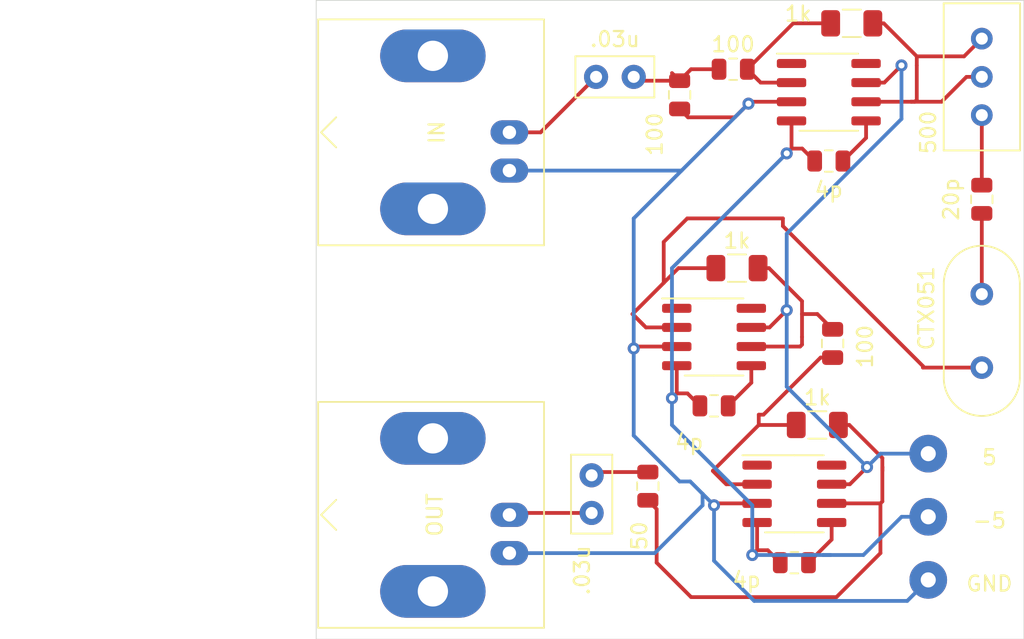
<source format=kicad_pcb>
(kicad_pcb (version 20171130) (host pcbnew "(5.1.4)-1")

  (general
    (thickness 1.6)
    (drawings 6)
    (tracks 153)
    (zones 0)
    (modules 23)
    (nets 1)
  )

  (page A4)
  (layers
    (0 F.Cu signal)
    (31 B.Cu signal)
    (32 B.Adhes user)
    (33 F.Adhes user)
    (34 B.Paste user)
    (35 F.Paste user)
    (36 B.SilkS user)
    (37 F.SilkS user)
    (38 B.Mask user)
    (39 F.Mask user)
    (40 Dwgs.User user)
    (41 Cmts.User user)
    (42 Eco1.User user)
    (43 Eco2.User user)
    (44 Edge.Cuts user)
    (45 Margin user)
    (46 B.CrtYd user)
    (47 F.CrtYd user)
    (48 B.Fab user)
    (49 F.Fab user hide)
  )

  (setup
    (last_trace_width 0.25)
    (trace_clearance 0.2)
    (zone_clearance 0.508)
    (zone_45_only no)
    (trace_min 0.2)
    (via_size 0.8)
    (via_drill 0.4)
    (via_min_size 0.4)
    (via_min_drill 0.3)
    (uvia_size 0.3)
    (uvia_drill 0.1)
    (uvias_allowed no)
    (uvia_min_size 0.2)
    (uvia_min_drill 0.1)
    (edge_width 0.05)
    (segment_width 0.2)
    (pcb_text_width 0.3)
    (pcb_text_size 1.5 1.5)
    (mod_edge_width 0.12)
    (mod_text_size 1 1)
    (mod_text_width 0.15)
    (pad_size 1.524 1.524)
    (pad_drill 0.762)
    (pad_to_mask_clearance 0.051)
    (solder_mask_min_width 0.25)
    (aux_axis_origin 0 0)
    (visible_elements 7FFFFFFF)
    (pcbplotparams
      (layerselection 0x010fc_ffffffff)
      (usegerberextensions false)
      (usegerberattributes false)
      (usegerberadvancedattributes false)
      (creategerberjobfile false)
      (excludeedgelayer true)
      (linewidth 0.100000)
      (plotframeref false)
      (viasonmask false)
      (mode 1)
      (useauxorigin false)
      (hpglpennumber 1)
      (hpglpenspeed 20)
      (hpglpendiameter 15.000000)
      (psnegative false)
      (psa4output false)
      (plotreference true)
      (plotvalue true)
      (plotinvisibletext false)
      (padsonsilk false)
      (subtractmaskfromsilk false)
      (outputformat 1)
      (mirror false)
      (drillshape 1)
      (scaleselection 1)
      (outputdirectory ""))
  )

  (net 0 "")

  (net_class Default "This is the default net class."
    (clearance 0.2)
    (trace_width 0.25)
    (via_dia 0.8)
    (via_drill 0.4)
    (uvia_dia 0.3)
    (uvia_drill 0.1)
  )

  (module Connector_Wire:SolderWirePad_1x01_Drill1mm (layer F.Cu) (tedit 5AEE5EBE) (tstamp 5E8F9406)
    (at 174.498 97.917)
    (descr "Wire solder connection")
    (tags connector)
    (attr virtual)
    (fp_text reference GND (at 4.064 0.254) (layer F.SilkS)
      (effects (font (size 1 1) (thickness 0.15)))
    )
    (fp_text value SolderWirePad_1x01_Drill1mm (at 0 3.175) (layer F.Fab)
      (effects (font (size 1 1) (thickness 0.15)))
    )
    (fp_text user %R (at 0 0) (layer F.Fab)
      (effects (font (size 1 1) (thickness 0.15)))
    )
    (fp_line (start -1.75 -1.75) (end 1.75 -1.75) (layer F.CrtYd) (width 0.05))
    (fp_line (start -1.75 -1.75) (end -1.75 1.75) (layer F.CrtYd) (width 0.05))
    (fp_line (start 1.75 1.75) (end 1.75 -1.75) (layer F.CrtYd) (width 0.05))
    (fp_line (start 1.75 1.75) (end -1.75 1.75) (layer F.CrtYd) (width 0.05))
    (pad 1 thru_hole circle (at 0 0) (size 2.49936 2.49936) (drill 1.00076) (layers *.Cu *.Mask))
  )

  (module Connector_Wire:SolderWirePad_1x01_Drill1mm (layer F.Cu) (tedit 5AEE5EBE) (tstamp 5E8F9406)
    (at 174.498 93.726)
    (descr "Wire solder connection")
    (tags connector)
    (attr virtual)
    (fp_text reference -5 (at 4.064 0.254) (layer F.SilkS)
      (effects (font (size 1 1) (thickness 0.15)))
    )
    (fp_text value SolderWirePad_1x01_Drill1mm (at 0 3.175) (layer F.Fab)
      (effects (font (size 1 1) (thickness 0.15)))
    )
    (fp_text user %R (at 0 0) (layer F.Fab)
      (effects (font (size 1 1) (thickness 0.15)))
    )
    (fp_line (start -1.75 -1.75) (end 1.75 -1.75) (layer F.CrtYd) (width 0.05))
    (fp_line (start -1.75 -1.75) (end -1.75 1.75) (layer F.CrtYd) (width 0.05))
    (fp_line (start 1.75 1.75) (end 1.75 -1.75) (layer F.CrtYd) (width 0.05))
    (fp_line (start 1.75 1.75) (end -1.75 1.75) (layer F.CrtYd) (width 0.05))
    (pad 1 thru_hole circle (at 0 0) (size 2.49936 2.49936) (drill 1.00076) (layers *.Cu *.Mask))
  )

  (module Connector_Wire:SolderWirePad_1x01_Drill1mm (layer F.Cu) (tedit 5AEE5EBE) (tstamp 5E8F93B5)
    (at 174.498 89.535)
    (descr "Wire solder connection")
    (tags connector)
    (attr virtual)
    (fp_text reference 5 (at 4.064 0.254) (layer F.SilkS)
      (effects (font (size 1 1) (thickness 0.15)))
    )
    (fp_text value SolderWirePad_1x01_Drill1mm (at 0 3.175) (layer F.Fab)
      (effects (font (size 1 1) (thickness 0.15)))
    )
    (fp_line (start 1.75 1.75) (end -1.75 1.75) (layer F.CrtYd) (width 0.05))
    (fp_line (start 1.75 1.75) (end 1.75 -1.75) (layer F.CrtYd) (width 0.05))
    (fp_line (start -1.75 -1.75) (end -1.75 1.75) (layer F.CrtYd) (width 0.05))
    (fp_line (start -1.75 -1.75) (end 1.75 -1.75) (layer F.CrtYd) (width 0.05))
    (fp_text user %R (at 0 0) (layer F.Fab)
      (effects (font (size 1 1) (thickness 0.15)))
    )
    (pad 1 thru_hole circle (at 0 0) (size 2.49936 2.49936) (drill 1.00076) (layers *.Cu *.Mask))
  )

  (module Connector_Coaxial:BNC_Amphenol_B6252HB-NPP3G-50_Horizontal (layer F.Cu) (tedit 5C13907B) (tstamp 5E7CDD42)
    (at 146.685 93.599 90)
    (descr http://www.farnell.com/datasheets/612848.pdf)
    (tags "BNC Amphenol Horizontal")
    (fp_text reference OUT (at 0 -4.953 90) (layer F.SilkS)
      (effects (font (size 1 1) (thickness 0.15)))
    )
    (fp_text value BNC_Amphenol_B6252HB-NPP3G-50_Horizontal (at 0 6 270) (layer F.Fab)
      (effects (font (size 1 1) (thickness 0.15)))
    )
    (fp_line (start -5 -20) (end 5 -21) (layer F.Fab) (width 0.1))
    (fp_line (start -5 -19) (end 5 -20) (layer F.Fab) (width 0.1))
    (fp_line (start -5 -18) (end 5 -19) (layer F.Fab) (width 0.1))
    (fp_line (start -5 -17) (end 5 -18) (layer F.Fab) (width 0.1))
    (fp_line (start -5 -16) (end 5 -17) (layer F.Fab) (width 0.1))
    (fp_line (start -5 -15) (end 5 -16) (layer F.Fab) (width 0.1))
    (fp_circle (center 0 -28.07) (end 1 -28.07) (layer F.Fab) (width 0.1))
    (fp_line (start 4.8 -21.4) (end 4.8 -33.3) (layer F.Fab) (width 0.1))
    (fp_line (start 4.8 -33.3) (end -4.8 -33.3) (layer F.Fab) (width 0.1))
    (fp_line (start -4.8 -33.3) (end -4.8 -21.4) (layer F.Fab) (width 0.1))
    (fp_line (start 6.35 -12.7) (end 6.35 -21.4) (layer F.Fab) (width 0.1))
    (fp_line (start 6.35 -21.4) (end -6.35 -21.4) (layer F.Fab) (width 0.1))
    (fp_line (start -6.35 -21.4) (end -6.35 -12.7) (layer F.Fab) (width 0.1))
    (fp_line (start -7.35 2.2) (end 7.35 2.2) (layer F.Fab) (width 0.1))
    (fp_line (start 7.35 2.2) (end 7.35 -12.7) (layer F.Fab) (width 0.1))
    (fp_line (start 7.35 -12.7) (end -7.35 -12.7) (layer F.Fab) (width 0.1))
    (fp_line (start -7.35 -12.7) (end -7.35 2.2) (layer F.Fab) (width 0.1))
    (fp_text user %R (at 0 0 90) (layer F.Fab)
      (effects (font (size 1 1) (thickness 0.15)))
    )
    (fp_line (start -5 -14) (end 5 -15) (layer F.Fab) (width 0.1))
    (fp_line (start -7.5 -12.7) (end 7.5 -12.7) (layer F.SilkS) (width 0.12))
    (fp_line (start 7.5 -12.7) (end 7.5 2.3) (layer F.SilkS) (width 0.12))
    (fp_line (start 7.5 2.3) (end -7.5 2.3) (layer F.SilkS) (width 0.12))
    (fp_line (start -7.5 2.3) (end -7.5 -12.7) (layer F.SilkS) (width 0.12))
    (fp_line (start -7.85 2.7) (end 7.85 2.7) (layer F.CrtYd) (width 0.05))
    (fp_line (start -7.85 2.7) (end -7.85 -33.8) (layer F.CrtYd) (width 0.05))
    (fp_line (start 7.85 -33.8) (end -7.85 -33.8) (layer F.CrtYd) (width 0.05))
    (fp_line (start 7.85 2.7) (end 7.85 -33.8) (layer F.CrtYd) (width 0.05))
    (fp_line (start 0 -12.5) (end -1 -11.5) (layer F.SilkS) (width 0.12))
    (fp_line (start 0 -12.5) (end 1 -11.5) (layer F.SilkS) (width 0.12))
    (pad 2 thru_hole oval (at -5.08 -5.08 90) (size 3.5 7) (drill 2.01) (layers *.Cu *.Mask))
    (pad 2 thru_hole oval (at 5.08 -5.08 90) (size 3.5 7) (drill 2.01) (layers *.Cu *.Mask))
    (pad 1 thru_hole oval (at 0 0 90) (size 1.6 2.5) (drill 0.89) (layers *.Cu *.Mask))
    (pad 2 thru_hole oval (at -2.54 0 90) (size 1.6 2.5) (drill 0.89) (layers *.Cu *.Mask))
    (model ${KISYS3DMOD}/Connector_Coaxial.3dshapes/BNC_Amphenol_B6252HB-NPP3G-50_Horizontal.wrl
      (at (xyz 0 0 0))
      (scale (xyz 1 1 1))
      (rotate (xyz 0 0 0))
    )
  )

  (module Connector_Coaxial:BNC_Amphenol_B6252HB-NPP3G-50_Horizontal (layer F.Cu) (tedit 5C13907B) (tstamp 5E7CDD42)
    (at 146.685 68.199 90)
    (descr http://www.farnell.com/datasheets/612848.pdf)
    (tags "BNC Amphenol Horizontal")
    (fp_text reference IN (at 0 -4.826 90) (layer F.SilkS)
      (effects (font (size 1 1) (thickness 0.15)))
    )
    (fp_text value BNC_Amphenol_B6252HB-NPP3G-50_Horizontal (at 0 6 270) (layer F.Fab)
      (effects (font (size 1 1) (thickness 0.15)))
    )
    (fp_line (start -5 -20) (end 5 -21) (layer F.Fab) (width 0.1))
    (fp_line (start -5 -19) (end 5 -20) (layer F.Fab) (width 0.1))
    (fp_line (start -5 -18) (end 5 -19) (layer F.Fab) (width 0.1))
    (fp_line (start -5 -17) (end 5 -18) (layer F.Fab) (width 0.1))
    (fp_line (start -5 -16) (end 5 -17) (layer F.Fab) (width 0.1))
    (fp_line (start -5 -15) (end 5 -16) (layer F.Fab) (width 0.1))
    (fp_circle (center 0 -28.07) (end 1 -28.07) (layer F.Fab) (width 0.1))
    (fp_line (start 4.8 -21.4) (end 4.8 -33.3) (layer F.Fab) (width 0.1))
    (fp_line (start 4.8 -33.3) (end -4.8 -33.3) (layer F.Fab) (width 0.1))
    (fp_line (start -4.8 -33.3) (end -4.8 -21.4) (layer F.Fab) (width 0.1))
    (fp_line (start 6.35 -12.7) (end 6.35 -21.4) (layer F.Fab) (width 0.1))
    (fp_line (start 6.35 -21.4) (end -6.35 -21.4) (layer F.Fab) (width 0.1))
    (fp_line (start -6.35 -21.4) (end -6.35 -12.7) (layer F.Fab) (width 0.1))
    (fp_line (start -7.35 2.2) (end 7.35 2.2) (layer F.Fab) (width 0.1))
    (fp_line (start 7.35 2.2) (end 7.35 -12.7) (layer F.Fab) (width 0.1))
    (fp_line (start 7.35 -12.7) (end -7.35 -12.7) (layer F.Fab) (width 0.1))
    (fp_line (start -7.35 -12.7) (end -7.35 2.2) (layer F.Fab) (width 0.1))
    (fp_text user %R (at 0 0 90) (layer F.Fab)
      (effects (font (size 1 1) (thickness 0.15)))
    )
    (fp_line (start -5 -14) (end 5 -15) (layer F.Fab) (width 0.1))
    (fp_line (start -7.5 -12.7) (end 7.5 -12.7) (layer F.SilkS) (width 0.12))
    (fp_line (start 7.5 -12.7) (end 7.5 2.3) (layer F.SilkS) (width 0.12))
    (fp_line (start 7.5 2.3) (end -7.5 2.3) (layer F.SilkS) (width 0.12))
    (fp_line (start -7.5 2.3) (end -7.5 -12.7) (layer F.SilkS) (width 0.12))
    (fp_line (start -7.85 2.7) (end 7.85 2.7) (layer F.CrtYd) (width 0.05))
    (fp_line (start -7.85 2.7) (end -7.85 -33.8) (layer F.CrtYd) (width 0.05))
    (fp_line (start 7.85 -33.8) (end -7.85 -33.8) (layer F.CrtYd) (width 0.05))
    (fp_line (start 7.85 2.7) (end 7.85 -33.8) (layer F.CrtYd) (width 0.05))
    (fp_line (start 0 -12.5) (end -1 -11.5) (layer F.SilkS) (width 0.12))
    (fp_line (start 0 -12.5) (end 1 -11.5) (layer F.SilkS) (width 0.12))
    (pad 2 thru_hole oval (at -5.08 -5.08 90) (size 3.5 7) (drill 2.01) (layers *.Cu *.Mask))
    (pad 2 thru_hole oval (at 5.08 -5.08 90) (size 3.5 7) (drill 2.01) (layers *.Cu *.Mask))
    (pad 1 thru_hole oval (at 0 0 90) (size 1.6 2.5) (drill 0.89) (layers *.Cu *.Mask))
    (pad 2 thru_hole oval (at -2.54 0 90) (size 1.6 2.5) (drill 0.89) (layers *.Cu *.Mask))
    (model ${KISYS3DMOD}/Connector_Coaxial.3dshapes/BNC_Amphenol_B6252HB-NPP3G-50_Horizontal.wrl
      (at (xyz 0 0 0))
      (scale (xyz 1 1 1))
      (rotate (xyz 0 0 0))
    )
  )

  (module Capacitor_THT:C_Disc_D5.0mm_W2.5mm_P2.50mm (layer F.Cu) (tedit 5AE50EF0) (tstamp 5E7C22BF)
    (at 152.146 93.472 90)
    (descr "C, Disc series, Radial, pin pitch=2.50mm, , diameter*width=5*2.5mm^2, Capacitor, http://cdn-reichelt.de/documents/datenblatt/B300/DS_KERKO_TC.pdf")
    (tags "C Disc series Radial pin pitch 2.50mm  diameter 5mm width 2.5mm Capacitor")
    (fp_text reference .03u (at -3.81 -0.635 90) (layer F.SilkS)
      (effects (font (size 1 1) (thickness 0.15)))
    )
    (fp_text value C_Disc_D5.0mm_W2.5mm_P2.50mm (at 1.25 2.5 90) (layer F.Fab)
      (effects (font (size 1 1) (thickness 0.15)))
    )
    (fp_text user %R (at 1.25 0 90) (layer F.Fab)
      (effects (font (size 1 1) (thickness 0.15)))
    )
    (fp_line (start 4 -1.5) (end -1.5 -1.5) (layer F.CrtYd) (width 0.05))
    (fp_line (start 4 1.5) (end 4 -1.5) (layer F.CrtYd) (width 0.05))
    (fp_line (start -1.5 1.5) (end 4 1.5) (layer F.CrtYd) (width 0.05))
    (fp_line (start -1.5 -1.5) (end -1.5 1.5) (layer F.CrtYd) (width 0.05))
    (fp_line (start 3.87 -1.37) (end 3.87 1.37) (layer F.SilkS) (width 0.12))
    (fp_line (start -1.37 -1.37) (end -1.37 1.37) (layer F.SilkS) (width 0.12))
    (fp_line (start -1.37 1.37) (end 3.87 1.37) (layer F.SilkS) (width 0.12))
    (fp_line (start -1.37 -1.37) (end 3.87 -1.37) (layer F.SilkS) (width 0.12))
    (fp_line (start 3.75 -1.25) (end -1.25 -1.25) (layer F.Fab) (width 0.1))
    (fp_line (start 3.75 1.25) (end 3.75 -1.25) (layer F.Fab) (width 0.1))
    (fp_line (start -1.25 1.25) (end 3.75 1.25) (layer F.Fab) (width 0.1))
    (fp_line (start -1.25 -1.25) (end -1.25 1.25) (layer F.Fab) (width 0.1))
    (pad 2 thru_hole circle (at 2.5 0 90) (size 1.6 1.6) (drill 0.8) (layers *.Cu *.Mask))
    (pad 1 thru_hole circle (at 0 0 90) (size 1.6 1.6) (drill 0.8) (layers *.Cu *.Mask))
    (model ${KISYS3DMOD}/Capacitor_THT.3dshapes/C_Disc_D5.0mm_W2.5mm_P2.50mm.wrl
      (at (xyz 0 0 0))
      (scale (xyz 1 1 1))
      (rotate (xyz 0 0 0))
    )
  )

  (module Resistor_SMD:R_0805_2012Metric (layer F.Cu) (tedit 5B36C52B) (tstamp 5E7C21FE)
    (at 155.8775 91.694 90)
    (descr "Resistor SMD 0805 (2012 Metric), square (rectangular) end terminal, IPC_7351 nominal, (Body size source: https://docs.google.com/spreadsheets/d/1BsfQQcO9C6DZCsRaXUlFlo91Tg2WpOkGARC1WS5S8t0/edit?usp=sharing), generated with kicad-footprint-generator")
    (tags resistor)
    (attr smd)
    (fp_text reference 50 (at -3.302 -0.5565 90) (layer F.SilkS)
      (effects (font (size 1 1) (thickness 0.15)))
    )
    (fp_text value R_0805_2012Metric (at 0 1.65 90) (layer F.Fab)
      (effects (font (size 1 1) (thickness 0.15)))
    )
    (fp_text user %R (at 0 0 90) (layer F.Fab)
      (effects (font (size 0.5 0.5) (thickness 0.08)))
    )
    (fp_line (start 1.68 0.95) (end -1.68 0.95) (layer F.CrtYd) (width 0.05))
    (fp_line (start 1.68 -0.95) (end 1.68 0.95) (layer F.CrtYd) (width 0.05))
    (fp_line (start -1.68 -0.95) (end 1.68 -0.95) (layer F.CrtYd) (width 0.05))
    (fp_line (start -1.68 0.95) (end -1.68 -0.95) (layer F.CrtYd) (width 0.05))
    (fp_line (start -0.258578 0.71) (end 0.258578 0.71) (layer F.SilkS) (width 0.12))
    (fp_line (start -0.258578 -0.71) (end 0.258578 -0.71) (layer F.SilkS) (width 0.12))
    (fp_line (start 1 0.6) (end -1 0.6) (layer F.Fab) (width 0.1))
    (fp_line (start 1 -0.6) (end 1 0.6) (layer F.Fab) (width 0.1))
    (fp_line (start -1 -0.6) (end 1 -0.6) (layer F.Fab) (width 0.1))
    (fp_line (start -1 0.6) (end -1 -0.6) (layer F.Fab) (width 0.1))
    (pad 2 smd roundrect (at 0.9375 0 90) (size 0.975 1.4) (layers F.Cu F.Paste F.Mask) (roundrect_rratio 0.25))
    (pad 1 smd roundrect (at -0.9375 0 90) (size 0.975 1.4) (layers F.Cu F.Paste F.Mask) (roundrect_rratio 0.25))
    (model ${KISYS3DMOD}/Resistor_SMD.3dshapes/R_0805_2012Metric.wrl
      (at (xyz 0 0 0))
      (scale (xyz 1 1 1))
      (rotate (xyz 0 0 0))
    )
  )

  (module Resistor_SMD:R_0805_2012Metric (layer F.Cu) (tedit 5B36C52B) (tstamp 5E7C21BD)
    (at 168.148 82.2175 90)
    (descr "Resistor SMD 0805 (2012 Metric), square (rectangular) end terminal, IPC_7351 nominal, (Body size source: https://docs.google.com/spreadsheets/d/1BsfQQcO9C6DZCsRaXUlFlo91Tg2WpOkGARC1WS5S8t0/edit?usp=sharing), generated with kicad-footprint-generator")
    (tags resistor)
    (attr smd)
    (fp_text reference 100 (at -0.2055 2.159 90) (layer F.SilkS)
      (effects (font (size 1 1) (thickness 0.15)))
    )
    (fp_text value R_0805_2012Metric (at 0 1.65 90) (layer F.Fab)
      (effects (font (size 1 1) (thickness 0.15)))
    )
    (fp_text user %R (at 0 0 90) (layer F.Fab)
      (effects (font (size 0.5 0.5) (thickness 0.08)))
    )
    (fp_line (start 1.68 0.95) (end -1.68 0.95) (layer F.CrtYd) (width 0.05))
    (fp_line (start 1.68 -0.95) (end 1.68 0.95) (layer F.CrtYd) (width 0.05))
    (fp_line (start -1.68 -0.95) (end 1.68 -0.95) (layer F.CrtYd) (width 0.05))
    (fp_line (start -1.68 0.95) (end -1.68 -0.95) (layer F.CrtYd) (width 0.05))
    (fp_line (start -0.258578 0.71) (end 0.258578 0.71) (layer F.SilkS) (width 0.12))
    (fp_line (start -0.258578 -0.71) (end 0.258578 -0.71) (layer F.SilkS) (width 0.12))
    (fp_line (start 1 0.6) (end -1 0.6) (layer F.Fab) (width 0.1))
    (fp_line (start 1 -0.6) (end 1 0.6) (layer F.Fab) (width 0.1))
    (fp_line (start -1 -0.6) (end 1 -0.6) (layer F.Fab) (width 0.1))
    (fp_line (start -1 0.6) (end -1 -0.6) (layer F.Fab) (width 0.1))
    (pad 2 smd roundrect (at 0.9375 0 90) (size 0.975 1.4) (layers F.Cu F.Paste F.Mask) (roundrect_rratio 0.25))
    (pad 1 smd roundrect (at -0.9375 0 90) (size 0.975 1.4) (layers F.Cu F.Paste F.Mask) (roundrect_rratio 0.25))
    (model ${KISYS3DMOD}/Resistor_SMD.3dshapes/R_0805_2012Metric.wrl
      (at (xyz 0 0 0))
      (scale (xyz 1 1 1))
      (rotate (xyz 0 0 0))
    )
  )

  (module Resistor_SMD:R_1206_3216Metric (layer F.Cu) (tedit 5B301BBD) (tstamp 5E7C1DB6)
    (at 167.132 87.63)
    (descr "Resistor SMD 1206 (3216 Metric), square (rectangular) end terminal, IPC_7351 nominal, (Body size source: http://www.tortai-tech.com/upload/download/2011102023233369053.pdf), generated with kicad-footprint-generator")
    (tags resistor)
    (attr smd)
    (fp_text reference 1k (at 0 -1.82) (layer F.SilkS)
      (effects (font (size 1 1) (thickness 0.15)))
    )
    (fp_text value R_1206_3216Metric (at 0 1.82) (layer F.Fab)
      (effects (font (size 1 1) (thickness 0.15)))
    )
    (fp_line (start -1.6 0.8) (end -1.6 -0.8) (layer F.Fab) (width 0.1))
    (fp_line (start -1.6 -0.8) (end 1.6 -0.8) (layer F.Fab) (width 0.1))
    (fp_line (start 1.6 -0.8) (end 1.6 0.8) (layer F.Fab) (width 0.1))
    (fp_line (start 1.6 0.8) (end -1.6 0.8) (layer F.Fab) (width 0.1))
    (fp_line (start -0.602064 -0.91) (end 0.602064 -0.91) (layer F.SilkS) (width 0.12))
    (fp_line (start -0.602064 0.91) (end 0.602064 0.91) (layer F.SilkS) (width 0.12))
    (fp_line (start -2.28 1.12) (end -2.28 -1.12) (layer F.CrtYd) (width 0.05))
    (fp_line (start -2.28 -1.12) (end 2.28 -1.12) (layer F.CrtYd) (width 0.05))
    (fp_line (start 2.28 -1.12) (end 2.28 1.12) (layer F.CrtYd) (width 0.05))
    (fp_line (start 2.28 1.12) (end -2.28 1.12) (layer F.CrtYd) (width 0.05))
    (fp_text user %R (at 0 0) (layer F.Fab)
      (effects (font (size 0.8 0.8) (thickness 0.12)))
    )
    (pad 1 smd roundrect (at -1.4 0) (size 1.25 1.75) (layers F.Cu F.Paste F.Mask) (roundrect_rratio 0.2))
    (pad 2 smd roundrect (at 1.4 0) (size 1.25 1.75) (layers F.Cu F.Paste F.Mask) (roundrect_rratio 0.2))
    (model ${KISYS3DMOD}/Resistor_SMD.3dshapes/R_1206_3216Metric.wrl
      (at (xyz 0 0 0))
      (scale (xyz 1 1 1))
      (rotate (xyz 0 0 0))
    )
  )

  (module Capacitor_SMD:C_0805_2012Metric (layer F.Cu) (tedit 5B36C52B) (tstamp 5E7C1DA6)
    (at 165.608 96.774)
    (descr "Capacitor SMD 0805 (2012 Metric), square (rectangular) end terminal, IPC_7351 nominal, (Body size source: https://docs.google.com/spreadsheets/d/1BsfQQcO9C6DZCsRaXUlFlo91Tg2WpOkGARC1WS5S8t0/edit?usp=sharing), generated with kicad-footprint-generator")
    (tags capacitor)
    (attr smd)
    (fp_text reference 4p (at -3.175 1.143) (layer F.SilkS)
      (effects (font (size 1 1) (thickness 0.15)))
    )
    (fp_text value C_0805_2012Metric (at 0 1.65) (layer F.Fab)
      (effects (font (size 1 1) (thickness 0.15)))
    )
    (fp_line (start -1 0.6) (end -1 -0.6) (layer F.Fab) (width 0.1))
    (fp_line (start -1 -0.6) (end 1 -0.6) (layer F.Fab) (width 0.1))
    (fp_line (start 1 -0.6) (end 1 0.6) (layer F.Fab) (width 0.1))
    (fp_line (start 1 0.6) (end -1 0.6) (layer F.Fab) (width 0.1))
    (fp_line (start -0.258578 -0.71) (end 0.258578 -0.71) (layer F.SilkS) (width 0.12))
    (fp_line (start -0.258578 0.71) (end 0.258578 0.71) (layer F.SilkS) (width 0.12))
    (fp_line (start -1.68 0.95) (end -1.68 -0.95) (layer F.CrtYd) (width 0.05))
    (fp_line (start -1.68 -0.95) (end 1.68 -0.95) (layer F.CrtYd) (width 0.05))
    (fp_line (start 1.68 -0.95) (end 1.68 0.95) (layer F.CrtYd) (width 0.05))
    (fp_line (start 1.68 0.95) (end -1.68 0.95) (layer F.CrtYd) (width 0.05))
    (fp_text user %R (at 0 0) (layer F.Fab)
      (effects (font (size 0.5 0.5) (thickness 0.08)))
    )
    (pad 1 smd roundrect (at -0.9375 0) (size 0.975 1.4) (layers F.Cu F.Paste F.Mask) (roundrect_rratio 0.25))
    (pad 2 smd roundrect (at 0.9375 0) (size 0.975 1.4) (layers F.Cu F.Paste F.Mask) (roundrect_rratio 0.25))
    (model ${KISYS3DMOD}/Capacitor_SMD.3dshapes/C_0805_2012Metric.wrl
      (at (xyz 0 0 0))
      (scale (xyz 1 1 1))
      (rotate (xyz 0 0 0))
    )
  )

  (module Package_SO:SOIC-8_3.9x4.9mm_P1.27mm (layer F.Cu) (tedit 5C97300E) (tstamp 5E7C1D77)
    (at 165.608 92.202)
    (descr "SOIC, 8 Pin (JEDEC MS-012AA, https://www.analog.com/media/en/package-pcb-resources/package/pkg_pdf/soic_narrow-r/r_8.pdf), generated with kicad-footprint-generator ipc_gullwing_generator.py")
    (tags "SOIC SO")
    (attr smd)
    (fp_text reference REF** (at 0.127 -0.254 90) (layer F.SilkS) hide
      (effects (font (size 1 1) (thickness 0.15)))
    )
    (fp_text value SOIC-8_3.9x4.9mm_P1.27mm (at 0 3.4) (layer F.Fab)
      (effects (font (size 1 1) (thickness 0.15)))
    )
    (fp_line (start 0 2.56) (end 1.95 2.56) (layer F.SilkS) (width 0.12))
    (fp_line (start 0 2.56) (end -1.95 2.56) (layer F.SilkS) (width 0.12))
    (fp_line (start 0 -2.56) (end 1.95 -2.56) (layer F.SilkS) (width 0.12))
    (fp_line (start 0 -2.56) (end -3.45 -2.56) (layer F.SilkS) (width 0.12))
    (fp_line (start -0.975 -2.45) (end 1.95 -2.45) (layer F.Fab) (width 0.1))
    (fp_line (start 1.95 -2.45) (end 1.95 2.45) (layer F.Fab) (width 0.1))
    (fp_line (start 1.95 2.45) (end -1.95 2.45) (layer F.Fab) (width 0.1))
    (fp_line (start -1.95 2.45) (end -1.95 -1.475) (layer F.Fab) (width 0.1))
    (fp_line (start -1.95 -1.475) (end -0.975 -2.45) (layer F.Fab) (width 0.1))
    (fp_line (start -3.7 -2.7) (end -3.7 2.7) (layer F.CrtYd) (width 0.05))
    (fp_line (start -3.7 2.7) (end 3.7 2.7) (layer F.CrtYd) (width 0.05))
    (fp_line (start 3.7 2.7) (end 3.7 -2.7) (layer F.CrtYd) (width 0.05))
    (fp_line (start 3.7 -2.7) (end -3.7 -2.7) (layer F.CrtYd) (width 0.05))
    (fp_text user %R (at 0 0) (layer F.Fab)
      (effects (font (size 0.98 0.98) (thickness 0.15)))
    )
    (pad 1 smd roundrect (at -2.475 -1.905) (size 1.95 0.6) (layers F.Cu F.Paste F.Mask) (roundrect_rratio 0.25))
    (pad 2 smd roundrect (at -2.475 -0.635) (size 1.95 0.6) (layers F.Cu F.Paste F.Mask) (roundrect_rratio 0.25))
    (pad 3 smd roundrect (at -2.475 0.635) (size 1.95 0.6) (layers F.Cu F.Paste F.Mask) (roundrect_rratio 0.25))
    (pad 4 smd roundrect (at -2.475 1.905) (size 1.95 0.6) (layers F.Cu F.Paste F.Mask) (roundrect_rratio 0.25))
    (pad 5 smd roundrect (at 2.475 1.905) (size 1.95 0.6) (layers F.Cu F.Paste F.Mask) (roundrect_rratio 0.25))
    (pad 6 smd roundrect (at 2.475 0.635) (size 1.95 0.6) (layers F.Cu F.Paste F.Mask) (roundrect_rratio 0.25))
    (pad 7 smd roundrect (at 2.475 -0.635) (size 1.95 0.6) (layers F.Cu F.Paste F.Mask) (roundrect_rratio 0.25))
    (pad 8 smd roundrect (at 2.475 -1.905) (size 1.95 0.6) (layers F.Cu F.Paste F.Mask) (roundrect_rratio 0.25))
    (model ${KISYS3DMOD}/Package_SO.3dshapes/SOIC-8_3.9x4.9mm_P1.27mm.wrl
      (at (xyz 0 0 0))
      (scale (xyz 1 1 1))
      (rotate (xyz 0 0 0))
    )
  )

  (module Resistor_SMD:R_1206_3216Metric (layer F.Cu) (tedit 5B301BBD) (tstamp 5E7C1DB6)
    (at 161.798 77.216)
    (descr "Resistor SMD 1206 (3216 Metric), square (rectangular) end terminal, IPC_7351 nominal, (Body size source: http://www.tortai-tech.com/upload/download/2011102023233369053.pdf), generated with kicad-footprint-generator")
    (tags resistor)
    (attr smd)
    (fp_text reference 1k (at 0 -1.82) (layer F.SilkS)
      (effects (font (size 1 1) (thickness 0.15)))
    )
    (fp_text value R_1206_3216Metric (at 0 1.82) (layer F.Fab)
      (effects (font (size 1 1) (thickness 0.15)))
    )
    (fp_line (start -1.6 0.8) (end -1.6 -0.8) (layer F.Fab) (width 0.1))
    (fp_line (start -1.6 -0.8) (end 1.6 -0.8) (layer F.Fab) (width 0.1))
    (fp_line (start 1.6 -0.8) (end 1.6 0.8) (layer F.Fab) (width 0.1))
    (fp_line (start 1.6 0.8) (end -1.6 0.8) (layer F.Fab) (width 0.1))
    (fp_line (start -0.602064 -0.91) (end 0.602064 -0.91) (layer F.SilkS) (width 0.12))
    (fp_line (start -0.602064 0.91) (end 0.602064 0.91) (layer F.SilkS) (width 0.12))
    (fp_line (start -2.28 1.12) (end -2.28 -1.12) (layer F.CrtYd) (width 0.05))
    (fp_line (start -2.28 -1.12) (end 2.28 -1.12) (layer F.CrtYd) (width 0.05))
    (fp_line (start 2.28 -1.12) (end 2.28 1.12) (layer F.CrtYd) (width 0.05))
    (fp_line (start 2.28 1.12) (end -2.28 1.12) (layer F.CrtYd) (width 0.05))
    (fp_text user %R (at 0 0) (layer F.Fab)
      (effects (font (size 0.8 0.8) (thickness 0.12)))
    )
    (pad 1 smd roundrect (at -1.4 0) (size 1.25 1.75) (layers F.Cu F.Paste F.Mask) (roundrect_rratio 0.2))
    (pad 2 smd roundrect (at 1.4 0) (size 1.25 1.75) (layers F.Cu F.Paste F.Mask) (roundrect_rratio 0.2))
    (model ${KISYS3DMOD}/Resistor_SMD.3dshapes/R_1206_3216Metric.wrl
      (at (xyz 0 0 0))
      (scale (xyz 1 1 1))
      (rotate (xyz 0 0 0))
    )
  )

  (module Capacitor_SMD:C_0805_2012Metric (layer F.Cu) (tedit 5B36C52B) (tstamp 5E7C1DA6)
    (at 160.274 86.36)
    (descr "Capacitor SMD 0805 (2012 Metric), square (rectangular) end terminal, IPC_7351 nominal, (Body size source: https://docs.google.com/spreadsheets/d/1BsfQQcO9C6DZCsRaXUlFlo91Tg2WpOkGARC1WS5S8t0/edit?usp=sharing), generated with kicad-footprint-generator")
    (tags capacitor)
    (attr smd)
    (fp_text reference 4p (at -1.651 2.413) (layer F.SilkS)
      (effects (font (size 1 1) (thickness 0.15)))
    )
    (fp_text value C_0805_2012Metric (at 0 1.65) (layer F.Fab)
      (effects (font (size 1 1) (thickness 0.15)))
    )
    (fp_line (start -1 0.6) (end -1 -0.6) (layer F.Fab) (width 0.1))
    (fp_line (start -1 -0.6) (end 1 -0.6) (layer F.Fab) (width 0.1))
    (fp_line (start 1 -0.6) (end 1 0.6) (layer F.Fab) (width 0.1))
    (fp_line (start 1 0.6) (end -1 0.6) (layer F.Fab) (width 0.1))
    (fp_line (start -0.258578 -0.71) (end 0.258578 -0.71) (layer F.SilkS) (width 0.12))
    (fp_line (start -0.258578 0.71) (end 0.258578 0.71) (layer F.SilkS) (width 0.12))
    (fp_line (start -1.68 0.95) (end -1.68 -0.95) (layer F.CrtYd) (width 0.05))
    (fp_line (start -1.68 -0.95) (end 1.68 -0.95) (layer F.CrtYd) (width 0.05))
    (fp_line (start 1.68 -0.95) (end 1.68 0.95) (layer F.CrtYd) (width 0.05))
    (fp_line (start 1.68 0.95) (end -1.68 0.95) (layer F.CrtYd) (width 0.05))
    (fp_text user %R (at 0 0) (layer F.Fab)
      (effects (font (size 0.5 0.5) (thickness 0.08)))
    )
    (pad 1 smd roundrect (at -0.9375 0) (size 0.975 1.4) (layers F.Cu F.Paste F.Mask) (roundrect_rratio 0.25))
    (pad 2 smd roundrect (at 0.9375 0) (size 0.975 1.4) (layers F.Cu F.Paste F.Mask) (roundrect_rratio 0.25))
    (model ${KISYS3DMOD}/Capacitor_SMD.3dshapes/C_0805_2012Metric.wrl
      (at (xyz 0 0 0))
      (scale (xyz 1 1 1))
      (rotate (xyz 0 0 0))
    )
  )

  (module Package_SO:SOIC-8_3.9x4.9mm_P1.27mm (layer F.Cu) (tedit 5C97300E) (tstamp 5E7C1D77)
    (at 160.274 81.788)
    (descr "SOIC, 8 Pin (JEDEC MS-012AA, https://www.analog.com/media/en/package-pcb-resources/package/pkg_pdf/soic_narrow-r/r_8.pdf), generated with kicad-footprint-generator ipc_gullwing_generator.py")
    (tags "SOIC SO")
    (attr smd)
    (fp_text reference REF** (at 0.254 -0.127 90) (layer F.SilkS) hide
      (effects (font (size 1 1) (thickness 0.15)))
    )
    (fp_text value SOIC-8_3.9x4.9mm_P1.27mm (at 0 3.4) (layer F.Fab)
      (effects (font (size 1 1) (thickness 0.15)))
    )
    (fp_line (start 0 2.56) (end 1.95 2.56) (layer F.SilkS) (width 0.12))
    (fp_line (start 0 2.56) (end -1.95 2.56) (layer F.SilkS) (width 0.12))
    (fp_line (start 0 -2.56) (end 1.95 -2.56) (layer F.SilkS) (width 0.12))
    (fp_line (start 0 -2.56) (end -3.45 -2.56) (layer F.SilkS) (width 0.12))
    (fp_line (start -0.975 -2.45) (end 1.95 -2.45) (layer F.Fab) (width 0.1))
    (fp_line (start 1.95 -2.45) (end 1.95 2.45) (layer F.Fab) (width 0.1))
    (fp_line (start 1.95 2.45) (end -1.95 2.45) (layer F.Fab) (width 0.1))
    (fp_line (start -1.95 2.45) (end -1.95 -1.475) (layer F.Fab) (width 0.1))
    (fp_line (start -1.95 -1.475) (end -0.975 -2.45) (layer F.Fab) (width 0.1))
    (fp_line (start -3.7 -2.7) (end -3.7 2.7) (layer F.CrtYd) (width 0.05))
    (fp_line (start -3.7 2.7) (end 3.7 2.7) (layer F.CrtYd) (width 0.05))
    (fp_line (start 3.7 2.7) (end 3.7 -2.7) (layer F.CrtYd) (width 0.05))
    (fp_line (start 3.7 -2.7) (end -3.7 -2.7) (layer F.CrtYd) (width 0.05))
    (fp_text user %R (at 0 0) (layer F.Fab)
      (effects (font (size 0.98 0.98) (thickness 0.15)))
    )
    (pad 1 smd roundrect (at -2.475 -1.905) (size 1.95 0.6) (layers F.Cu F.Paste F.Mask) (roundrect_rratio 0.25))
    (pad 2 smd roundrect (at -2.475 -0.635) (size 1.95 0.6) (layers F.Cu F.Paste F.Mask) (roundrect_rratio 0.25))
    (pad 3 smd roundrect (at -2.475 0.635) (size 1.95 0.6) (layers F.Cu F.Paste F.Mask) (roundrect_rratio 0.25))
    (pad 4 smd roundrect (at -2.475 1.905) (size 1.95 0.6) (layers F.Cu F.Paste F.Mask) (roundrect_rratio 0.25))
    (pad 5 smd roundrect (at 2.475 1.905) (size 1.95 0.6) (layers F.Cu F.Paste F.Mask) (roundrect_rratio 0.25))
    (pad 6 smd roundrect (at 2.475 0.635) (size 1.95 0.6) (layers F.Cu F.Paste F.Mask) (roundrect_rratio 0.25))
    (pad 7 smd roundrect (at 2.475 -0.635) (size 1.95 0.6) (layers F.Cu F.Paste F.Mask) (roundrect_rratio 0.25))
    (pad 8 smd roundrect (at 2.475 -1.905) (size 1.95 0.6) (layers F.Cu F.Paste F.Mask) (roundrect_rratio 0.25))
    (model ${KISYS3DMOD}/Package_SO.3dshapes/SOIC-8_3.9x4.9mm_P1.27mm.wrl
      (at (xyz 0 0 0))
      (scale (xyz 1 1 1))
      (rotate (xyz 0 0 0))
    )
  )

  (module Potentiometer_THT:Potentiometer_Bourns_3296W_Vertical (layer F.Cu) (tedit 5A3D4994) (tstamp 5E7C1CF0)
    (at 178.054 61.976 90)
    (descr "Potentiometer, vertical, Bourns 3296W, https://www.bourns.com/pdfs/3296.pdf")
    (tags "Potentiometer vertical Bourns 3296W")
    (fp_text reference 500 (at -6.223 -3.556 90) (layer F.SilkS)
      (effects (font (size 1 1) (thickness 0.15)))
    )
    (fp_text value Potentiometer_Bourns_3296W_Vertical (at -2.54 3.67 90) (layer F.Fab)
      (effects (font (size 1 1) (thickness 0.15)))
    )
    (fp_text user %R (at -3.175 0.005 90) (layer F.Fab)
      (effects (font (size 1 1) (thickness 0.15)))
    )
    (fp_line (start 2.5 -2.7) (end -7.6 -2.7) (layer F.CrtYd) (width 0.05))
    (fp_line (start 2.5 2.7) (end 2.5 -2.7) (layer F.CrtYd) (width 0.05))
    (fp_line (start -7.6 2.7) (end 2.5 2.7) (layer F.CrtYd) (width 0.05))
    (fp_line (start -7.6 -2.7) (end -7.6 2.7) (layer F.CrtYd) (width 0.05))
    (fp_line (start 2.345 -2.53) (end 2.345 2.54) (layer F.SilkS) (width 0.12))
    (fp_line (start -7.425 -2.53) (end -7.425 2.54) (layer F.SilkS) (width 0.12))
    (fp_line (start -7.425 2.54) (end 2.345 2.54) (layer F.SilkS) (width 0.12))
    (fp_line (start -7.425 -2.53) (end 2.345 -2.53) (layer F.SilkS) (width 0.12))
    (fp_line (start 0.955 2.235) (end 0.956 0.066) (layer F.Fab) (width 0.1))
    (fp_line (start 0.955 2.235) (end 0.956 0.066) (layer F.Fab) (width 0.1))
    (fp_line (start 2.225 -2.41) (end -7.305 -2.41) (layer F.Fab) (width 0.1))
    (fp_line (start 2.225 2.42) (end 2.225 -2.41) (layer F.Fab) (width 0.1))
    (fp_line (start -7.305 2.42) (end 2.225 2.42) (layer F.Fab) (width 0.1))
    (fp_line (start -7.305 -2.41) (end -7.305 2.42) (layer F.Fab) (width 0.1))
    (fp_circle (center 0.955 1.15) (end 2.05 1.15) (layer F.Fab) (width 0.1))
    (pad 3 thru_hole circle (at -5.08 0 90) (size 1.44 1.44) (drill 0.8) (layers *.Cu *.Mask))
    (pad 2 thru_hole circle (at -2.54 0 90) (size 1.44 1.44) (drill 0.8) (layers *.Cu *.Mask))
    (pad 1 thru_hole circle (at 0 0 90) (size 1.44 1.44) (drill 0.8) (layers *.Cu *.Mask))
    (model ${KISYS3DMOD}/Potentiometer_THT.3dshapes/Potentiometer_Bourns_3296W_Vertical.wrl
      (at (xyz 0 0 0))
      (scale (xyz 1 1 1))
      (rotate (xyz 0 0 0))
    )
  )

  (module Capacitor_SMD:C_0805_2012Metric (layer F.Cu) (tedit 5B36C52B) (tstamp 5E7C0E56)
    (at 178.054 72.644 90)
    (descr "Capacitor SMD 0805 (2012 Metric), square (rectangular) end terminal, IPC_7351 nominal, (Body size source: https://docs.google.com/spreadsheets/d/1BsfQQcO9C6DZCsRaXUlFlo91Tg2WpOkGARC1WS5S8t0/edit?usp=sharing), generated with kicad-footprint-generator")
    (tags capacitor)
    (attr smd)
    (fp_text reference 20p (at 0 -2.032 90) (layer F.SilkS)
      (effects (font (size 1 1) (thickness 0.15)))
    )
    (fp_text value C_0805_2012Metric (at 0 1.65 90) (layer F.Fab)
      (effects (font (size 1 1) (thickness 0.15)))
    )
    (fp_text user %R (at 0 0 90) (layer F.Fab)
      (effects (font (size 0.5 0.5) (thickness 0.08)))
    )
    (fp_line (start 1.68 0.95) (end -1.68 0.95) (layer F.CrtYd) (width 0.05))
    (fp_line (start 1.68 -0.95) (end 1.68 0.95) (layer F.CrtYd) (width 0.05))
    (fp_line (start -1.68 -0.95) (end 1.68 -0.95) (layer F.CrtYd) (width 0.05))
    (fp_line (start -1.68 0.95) (end -1.68 -0.95) (layer F.CrtYd) (width 0.05))
    (fp_line (start -0.258578 0.71) (end 0.258578 0.71) (layer F.SilkS) (width 0.12))
    (fp_line (start -0.258578 -0.71) (end 0.258578 -0.71) (layer F.SilkS) (width 0.12))
    (fp_line (start 1 0.6) (end -1 0.6) (layer F.Fab) (width 0.1))
    (fp_line (start 1 -0.6) (end 1 0.6) (layer F.Fab) (width 0.1))
    (fp_line (start -1 -0.6) (end 1 -0.6) (layer F.Fab) (width 0.1))
    (fp_line (start -1 0.6) (end -1 -0.6) (layer F.Fab) (width 0.1))
    (pad 2 smd roundrect (at 0.9375 0 90) (size 0.975 1.4) (layers F.Cu F.Paste F.Mask) (roundrect_rratio 0.25))
    (pad 1 smd roundrect (at -0.9375 0 90) (size 0.975 1.4) (layers F.Cu F.Paste F.Mask) (roundrect_rratio 0.25))
    (model ${KISYS3DMOD}/Capacitor_SMD.3dshapes/C_0805_2012Metric.wrl
      (at (xyz 0 0 0))
      (scale (xyz 1 1 1))
      (rotate (xyz 0 0 0))
    )
  )

  (module Crystal:Crystal_HC49-U_Vertical (layer F.Cu) (tedit 5A1AD3B8) (tstamp 5E7C0DD3)
    (at 178.054 83.82 90)
    (descr "Crystal THT HC-49/U http://5hertz.com/pdfs/04404_D.pdf")
    (tags "THT crystalHC-49/U")
    (fp_text reference CTX051 (at 3.937 -3.683 90) (layer F.SilkS)
      (effects (font (size 1 1) (thickness 0.15)))
    )
    (fp_text value Crystal_HC49-U_Vertical (at 2.44 3.525 90) (layer F.Fab)
      (effects (font (size 1 1) (thickness 0.15)))
    )
    (fp_arc (start 5.565 0) (end 5.565 -2.525) (angle 180) (layer F.SilkS) (width 0.12))
    (fp_arc (start -0.685 0) (end -0.685 -2.525) (angle -180) (layer F.SilkS) (width 0.12))
    (fp_arc (start 5.44 0) (end 5.44 -2) (angle 180) (layer F.Fab) (width 0.1))
    (fp_arc (start -0.56 0) (end -0.56 -2) (angle -180) (layer F.Fab) (width 0.1))
    (fp_arc (start 5.565 0) (end 5.565 -2.325) (angle 180) (layer F.Fab) (width 0.1))
    (fp_arc (start -0.685 0) (end -0.685 -2.325) (angle -180) (layer F.Fab) (width 0.1))
    (fp_line (start 8.4 -2.8) (end -3.5 -2.8) (layer F.CrtYd) (width 0.05))
    (fp_line (start 8.4 2.8) (end 8.4 -2.8) (layer F.CrtYd) (width 0.05))
    (fp_line (start -3.5 2.8) (end 8.4 2.8) (layer F.CrtYd) (width 0.05))
    (fp_line (start -3.5 -2.8) (end -3.5 2.8) (layer F.CrtYd) (width 0.05))
    (fp_line (start -0.685 2.525) (end 5.565 2.525) (layer F.SilkS) (width 0.12))
    (fp_line (start -0.685 -2.525) (end 5.565 -2.525) (layer F.SilkS) (width 0.12))
    (fp_line (start -0.56 2) (end 5.44 2) (layer F.Fab) (width 0.1))
    (fp_line (start -0.56 -2) (end 5.44 -2) (layer F.Fab) (width 0.1))
    (fp_line (start -0.685 2.325) (end 5.565 2.325) (layer F.Fab) (width 0.1))
    (fp_line (start -0.685 -2.325) (end 5.565 -2.325) (layer F.Fab) (width 0.1))
    (fp_text user %R (at 2.54 -0.254 90) (layer F.Fab)
      (effects (font (size 1 1) (thickness 0.15)))
    )
    (pad 2 thru_hole circle (at 4.88 0 90) (size 1.5 1.5) (drill 0.8) (layers *.Cu *.Mask))
    (pad 1 thru_hole circle (at 0 0 90) (size 1.5 1.5) (drill 0.8) (layers *.Cu *.Mask))
    (model ${KISYS3DMOD}/Crystal.3dshapes/Crystal_HC49-U_Vertical.wrl
      (at (xyz 0 0 0))
      (scale (xyz 1 1 1))
      (rotate (xyz 0 0 0))
    )
  )

  (module Resistor_SMD:R_1206_3216Metric (layer F.Cu) (tedit 5B301BBD) (tstamp 5E7C0C7D)
    (at 169.418 60.96)
    (descr "Resistor SMD 1206 (3216 Metric), square (rectangular) end terminal, IPC_7351 nominal, (Body size source: http://www.tortai-tech.com/upload/download/2011102023233369053.pdf), generated with kicad-footprint-generator")
    (tags resistor)
    (attr smd)
    (fp_text reference 1k (at -3.556 -0.635) (layer F.SilkS)
      (effects (font (size 1 1) (thickness 0.15)))
    )
    (fp_text value R_1206_3216Metric (at 0 1.82) (layer F.Fab)
      (effects (font (size 1 1) (thickness 0.15)))
    )
    (fp_text user %R (at 0 0) (layer F.Fab)
      (effects (font (size 0.8 0.8) (thickness 0.12)))
    )
    (fp_line (start 2.28 1.12) (end -2.28 1.12) (layer F.CrtYd) (width 0.05))
    (fp_line (start 2.28 -1.12) (end 2.28 1.12) (layer F.CrtYd) (width 0.05))
    (fp_line (start -2.28 -1.12) (end 2.28 -1.12) (layer F.CrtYd) (width 0.05))
    (fp_line (start -2.28 1.12) (end -2.28 -1.12) (layer F.CrtYd) (width 0.05))
    (fp_line (start -0.602064 0.91) (end 0.602064 0.91) (layer F.SilkS) (width 0.12))
    (fp_line (start -0.602064 -0.91) (end 0.602064 -0.91) (layer F.SilkS) (width 0.12))
    (fp_line (start 1.6 0.8) (end -1.6 0.8) (layer F.Fab) (width 0.1))
    (fp_line (start 1.6 -0.8) (end 1.6 0.8) (layer F.Fab) (width 0.1))
    (fp_line (start -1.6 -0.8) (end 1.6 -0.8) (layer F.Fab) (width 0.1))
    (fp_line (start -1.6 0.8) (end -1.6 -0.8) (layer F.Fab) (width 0.1))
    (pad 2 smd roundrect (at 1.4 0) (size 1.25 1.75) (layers F.Cu F.Paste F.Mask) (roundrect_rratio 0.2))
    (pad 1 smd roundrect (at -1.4 0) (size 1.25 1.75) (layers F.Cu F.Paste F.Mask) (roundrect_rratio 0.2))
    (model ${KISYS3DMOD}/Resistor_SMD.3dshapes/R_1206_3216Metric.wrl
      (at (xyz 0 0 0))
      (scale (xyz 1 1 1))
      (rotate (xyz 0 0 0))
    )
  )

  (module Capacitor_THT:C_Disc_D5.0mm_W2.5mm_P2.50mm (layer F.Cu) (tedit 5AE50EF0) (tstamp 5E7C0B9A)
    (at 152.44 64.516)
    (descr "C, Disc series, Radial, pin pitch=2.50mm, , diameter*width=5*2.5mm^2, Capacitor, http://cdn-reichelt.de/documents/datenblatt/B300/DS_KERKO_TC.pdf")
    (tags "C Disc series Radial pin pitch 2.50mm  diameter 5mm width 2.5mm Capacitor")
    (fp_text reference .03u (at 1.25 -2.5) (layer F.SilkS)
      (effects (font (size 1 1) (thickness 0.15)))
    )
    (fp_text value C_Disc_D5.0mm_W2.5mm_P2.50mm (at 1.25 2.5) (layer F.Fab)
      (effects (font (size 1 1) (thickness 0.15)))
    )
    (fp_text user %R (at 1.25 0) (layer F.Fab)
      (effects (font (size 1 1) (thickness 0.15)))
    )
    (fp_line (start 4 -1.5) (end -1.5 -1.5) (layer F.CrtYd) (width 0.05))
    (fp_line (start 4 1.5) (end 4 -1.5) (layer F.CrtYd) (width 0.05))
    (fp_line (start -1.5 1.5) (end 4 1.5) (layer F.CrtYd) (width 0.05))
    (fp_line (start -1.5 -1.5) (end -1.5 1.5) (layer F.CrtYd) (width 0.05))
    (fp_line (start 3.87 -1.37) (end 3.87 1.37) (layer F.SilkS) (width 0.12))
    (fp_line (start -1.37 -1.37) (end -1.37 1.37) (layer F.SilkS) (width 0.12))
    (fp_line (start -1.37 1.37) (end 3.87 1.37) (layer F.SilkS) (width 0.12))
    (fp_line (start -1.37 -1.37) (end 3.87 -1.37) (layer F.SilkS) (width 0.12))
    (fp_line (start 3.75 -1.25) (end -1.25 -1.25) (layer F.Fab) (width 0.1))
    (fp_line (start 3.75 1.25) (end 3.75 -1.25) (layer F.Fab) (width 0.1))
    (fp_line (start -1.25 1.25) (end 3.75 1.25) (layer F.Fab) (width 0.1))
    (fp_line (start -1.25 -1.25) (end -1.25 1.25) (layer F.Fab) (width 0.1))
    (pad 2 thru_hole circle (at 2.5 0) (size 1.6 1.6) (drill 0.8) (layers *.Cu *.Mask))
    (pad 1 thru_hole circle (at 0 0) (size 1.6 1.6) (drill 0.8) (layers *.Cu *.Mask))
    (model ${KISYS3DMOD}/Capacitor_THT.3dshapes/C_Disc_D5.0mm_W2.5mm_P2.50mm.wrl
      (at (xyz 0 0 0))
      (scale (xyz 1 1 1))
      (rotate (xyz 0 0 0))
    )
  )

  (module Resistor_SMD:R_0805_2012Metric (layer F.Cu) (tedit 5B36C52B) (tstamp 5E7C00C5)
    (at 157.988 65.7075 90)
    (descr "Resistor SMD 0805 (2012 Metric), square (rectangular) end terminal, IPC_7351 nominal, (Body size source: https://docs.google.com/spreadsheets/d/1BsfQQcO9C6DZCsRaXUlFlo91Tg2WpOkGARC1WS5S8t0/edit?usp=sharing), generated with kicad-footprint-generator")
    (tags resistor)
    (attr smd)
    (fp_text reference 100 (at -2.6185 -1.651 90) (layer F.SilkS)
      (effects (font (size 1 1) (thickness 0.15)))
    )
    (fp_text value R_0805_2012Metric (at 0 1.65 90) (layer F.Fab)
      (effects (font (size 1 1) (thickness 0.15)))
    )
    (fp_text user %R (at 0 0 90) (layer F.Fab)
      (effects (font (size 0.5 0.5) (thickness 0.08)))
    )
    (fp_line (start 1.68 0.95) (end -1.68 0.95) (layer F.CrtYd) (width 0.05))
    (fp_line (start 1.68 -0.95) (end 1.68 0.95) (layer F.CrtYd) (width 0.05))
    (fp_line (start -1.68 -0.95) (end 1.68 -0.95) (layer F.CrtYd) (width 0.05))
    (fp_line (start -1.68 0.95) (end -1.68 -0.95) (layer F.CrtYd) (width 0.05))
    (fp_line (start -0.258578 0.71) (end 0.258578 0.71) (layer F.SilkS) (width 0.12))
    (fp_line (start -0.258578 -0.71) (end 0.258578 -0.71) (layer F.SilkS) (width 0.12))
    (fp_line (start 1 0.6) (end -1 0.6) (layer F.Fab) (width 0.1))
    (fp_line (start 1 -0.6) (end 1 0.6) (layer F.Fab) (width 0.1))
    (fp_line (start -1 -0.6) (end 1 -0.6) (layer F.Fab) (width 0.1))
    (fp_line (start -1 0.6) (end -1 -0.6) (layer F.Fab) (width 0.1))
    (pad 2 smd roundrect (at 0.9375 0 90) (size 0.975 1.4) (layers F.Cu F.Paste F.Mask) (roundrect_rratio 0.25))
    (pad 1 smd roundrect (at -0.9375 0 90) (size 0.975 1.4) (layers F.Cu F.Paste F.Mask) (roundrect_rratio 0.25))
    (model ${KISYS3DMOD}/Resistor_SMD.3dshapes/R_0805_2012Metric.wrl
      (at (xyz 0 0 0))
      (scale (xyz 1 1 1))
      (rotate (xyz 0 0 0))
    )
  )

  (module Resistor_SMD:R_0805_2012Metric (layer F.Cu) (tedit 5B36C52B) (tstamp 5E7C0074)
    (at 161.544 64.008)
    (descr "Resistor SMD 0805 (2012 Metric), square (rectangular) end terminal, IPC_7351 nominal, (Body size source: https://docs.google.com/spreadsheets/d/1BsfQQcO9C6DZCsRaXUlFlo91Tg2WpOkGARC1WS5S8t0/edit?usp=sharing), generated with kicad-footprint-generator")
    (tags resistor)
    (attr smd)
    (fp_text reference 100 (at 0 -1.65) (layer F.SilkS)
      (effects (font (size 1 1) (thickness 0.15)))
    )
    (fp_text value R_0805_2012Metric (at 0 1.65) (layer F.Fab)
      (effects (font (size 1 1) (thickness 0.15)))
    )
    (fp_text user %R (at 0 0) (layer F.Fab)
      (effects (font (size 0.5 0.5) (thickness 0.08)))
    )
    (fp_line (start 1.68 0.95) (end -1.68 0.95) (layer F.CrtYd) (width 0.05))
    (fp_line (start 1.68 -0.95) (end 1.68 0.95) (layer F.CrtYd) (width 0.05))
    (fp_line (start -1.68 -0.95) (end 1.68 -0.95) (layer F.CrtYd) (width 0.05))
    (fp_line (start -1.68 0.95) (end -1.68 -0.95) (layer F.CrtYd) (width 0.05))
    (fp_line (start -0.258578 0.71) (end 0.258578 0.71) (layer F.SilkS) (width 0.12))
    (fp_line (start -0.258578 -0.71) (end 0.258578 -0.71) (layer F.SilkS) (width 0.12))
    (fp_line (start 1 0.6) (end -1 0.6) (layer F.Fab) (width 0.1))
    (fp_line (start 1 -0.6) (end 1 0.6) (layer F.Fab) (width 0.1))
    (fp_line (start -1 -0.6) (end 1 -0.6) (layer F.Fab) (width 0.1))
    (fp_line (start -1 0.6) (end -1 -0.6) (layer F.Fab) (width 0.1))
    (pad 2 smd roundrect (at 0.9375 0) (size 0.975 1.4) (layers F.Cu F.Paste F.Mask) (roundrect_rratio 0.25))
    (pad 1 smd roundrect (at -0.9375 0) (size 0.975 1.4) (layers F.Cu F.Paste F.Mask) (roundrect_rratio 0.25))
    (model ${KISYS3DMOD}/Resistor_SMD.3dshapes/R_0805_2012Metric.wrl
      (at (xyz 0 0 0))
      (scale (xyz 1 1 1))
      (rotate (xyz 0 0 0))
    )
  )

  (module Capacitor_SMD:C_0805_2012Metric (layer F.Cu) (tedit 5B36C52B) (tstamp 5E7BFD59)
    (at 167.894 70.104)
    (descr "Capacitor SMD 0805 (2012 Metric), square (rectangular) end terminal, IPC_7351 nominal, (Body size source: https://docs.google.com/spreadsheets/d/1BsfQQcO9C6DZCsRaXUlFlo91Tg2WpOkGARC1WS5S8t0/edit?usp=sharing), generated with kicad-footprint-generator")
    (tags capacitor)
    (attr smd)
    (fp_text reference 4p (at 0 1.905) (layer F.SilkS)
      (effects (font (size 1 1) (thickness 0.15)))
    )
    (fp_text value C_0805_2012Metric (at 0 1.65) (layer F.Fab)
      (effects (font (size 1 1) (thickness 0.15)))
    )
    (fp_text user %R (at 0 0) (layer F.Fab)
      (effects (font (size 0.5 0.5) (thickness 0.08)))
    )
    (fp_line (start 1.68 0.95) (end -1.68 0.95) (layer F.CrtYd) (width 0.05))
    (fp_line (start 1.68 -0.95) (end 1.68 0.95) (layer F.CrtYd) (width 0.05))
    (fp_line (start -1.68 -0.95) (end 1.68 -0.95) (layer F.CrtYd) (width 0.05))
    (fp_line (start -1.68 0.95) (end -1.68 -0.95) (layer F.CrtYd) (width 0.05))
    (fp_line (start -0.258578 0.71) (end 0.258578 0.71) (layer F.SilkS) (width 0.12))
    (fp_line (start -0.258578 -0.71) (end 0.258578 -0.71) (layer F.SilkS) (width 0.12))
    (fp_line (start 1 0.6) (end -1 0.6) (layer F.Fab) (width 0.1))
    (fp_line (start 1 -0.6) (end 1 0.6) (layer F.Fab) (width 0.1))
    (fp_line (start -1 -0.6) (end 1 -0.6) (layer F.Fab) (width 0.1))
    (fp_line (start -1 0.6) (end -1 -0.6) (layer F.Fab) (width 0.1))
    (pad 2 smd roundrect (at 0.9375 0) (size 0.975 1.4) (layers F.Cu F.Paste F.Mask) (roundrect_rratio 0.25))
    (pad 1 smd roundrect (at -0.9375 0) (size 0.975 1.4) (layers F.Cu F.Paste F.Mask) (roundrect_rratio 0.25))
    (model ${KISYS3DMOD}/Capacitor_SMD.3dshapes/C_0805_2012Metric.wrl
      (at (xyz 0 0 0))
      (scale (xyz 1 1 1))
      (rotate (xyz 0 0 0))
    )
  )

  (module Package_SO:SOIC-8_3.9x4.9mm_P1.27mm (layer F.Cu) (tedit 5C97300E) (tstamp 5E7BC263)
    (at 167.894 65.532)
    (descr "SOIC, 8 Pin (JEDEC MS-012AA, https://www.analog.com/media/en/package-pcb-resources/package/pkg_pdf/soic_narrow-r/r_8.pdf), generated with kicad-footprint-generator ipc_gullwing_generator.py")
    (tags "SOIC SO")
    (attr smd)
    (fp_text reference REF** (at -0.127 0 90) (layer F.SilkS) hide
      (effects (font (size 1 1) (thickness 0.15)))
    )
    (fp_text value SOIC-8_3.9x4.9mm_P1.27mm (at 0 3.4) (layer F.Fab)
      (effects (font (size 1 1) (thickness 0.15)))
    )
    (fp_text user %R (at 0 0) (layer F.Fab)
      (effects (font (size 0.98 0.98) (thickness 0.15)))
    )
    (fp_line (start 3.7 -2.7) (end -3.7 -2.7) (layer F.CrtYd) (width 0.05))
    (fp_line (start 3.7 2.7) (end 3.7 -2.7) (layer F.CrtYd) (width 0.05))
    (fp_line (start -3.7 2.7) (end 3.7 2.7) (layer F.CrtYd) (width 0.05))
    (fp_line (start -3.7 -2.7) (end -3.7 2.7) (layer F.CrtYd) (width 0.05))
    (fp_line (start -1.95 -1.475) (end -0.975 -2.45) (layer F.Fab) (width 0.1))
    (fp_line (start -1.95 2.45) (end -1.95 -1.475) (layer F.Fab) (width 0.1))
    (fp_line (start 1.95 2.45) (end -1.95 2.45) (layer F.Fab) (width 0.1))
    (fp_line (start 1.95 -2.45) (end 1.95 2.45) (layer F.Fab) (width 0.1))
    (fp_line (start -0.975 -2.45) (end 1.95 -2.45) (layer F.Fab) (width 0.1))
    (fp_line (start 0 -2.56) (end -3.45 -2.56) (layer F.SilkS) (width 0.12))
    (fp_line (start 0 -2.56) (end 1.95 -2.56) (layer F.SilkS) (width 0.12))
    (fp_line (start 0 2.56) (end -1.95 2.56) (layer F.SilkS) (width 0.12))
    (fp_line (start 0 2.56) (end 1.95 2.56) (layer F.SilkS) (width 0.12))
    (pad 8 smd roundrect (at 2.475 -1.905) (size 1.95 0.6) (layers F.Cu F.Paste F.Mask) (roundrect_rratio 0.25))
    (pad 7 smd roundrect (at 2.475 -0.635) (size 1.95 0.6) (layers F.Cu F.Paste F.Mask) (roundrect_rratio 0.25))
    (pad 6 smd roundrect (at 2.475 0.635) (size 1.95 0.6) (layers F.Cu F.Paste F.Mask) (roundrect_rratio 0.25))
    (pad 5 smd roundrect (at 2.475 1.905) (size 1.95 0.6) (layers F.Cu F.Paste F.Mask) (roundrect_rratio 0.25))
    (pad 4 smd roundrect (at -2.475 1.905) (size 1.95 0.6) (layers F.Cu F.Paste F.Mask) (roundrect_rratio 0.25))
    (pad 3 smd roundrect (at -2.475 0.635) (size 1.95 0.6) (layers F.Cu F.Paste F.Mask) (roundrect_rratio 0.25))
    (pad 2 smd roundrect (at -2.475 -0.635) (size 1.95 0.6) (layers F.Cu F.Paste F.Mask) (roundrect_rratio 0.25))
    (pad 1 smd roundrect (at -2.475 -1.905) (size 1.95 0.6) (layers F.Cu F.Paste F.Mask) (roundrect_rratio 0.25))
    (model ${KISYS3DMOD}/Package_SO.3dshapes/SOIC-8_3.9x4.9mm_P1.27mm.wrl
      (at (xyz 0 0 0))
      (scale (xyz 1 1 1))
      (rotate (xyz 0 0 0))
    )
  )

  (gr_line (start 180.848 101.854) (end 180.848 101.6) (layer Edge.Cuts) (width 0.05) (tstamp 5E7CB300))
  (gr_line (start 177.292 101.854) (end 180.848 101.854) (layer Edge.Cuts) (width 0.05))
  (gr_line (start 180.848 59.436) (end 180.848 101.6) (layer Edge.Cuts) (width 0.05))
  (gr_line (start 133.858 59.436) (end 180.848 59.436) (layer Edge.Cuts) (width 0.05))
  (gr_line (start 133.858 101.854) (end 177.292 101.854) (layer Edge.Cuts) (width 0.05))
  (gr_line (start 133.858 59.436) (end 133.858 101.854) (layer Edge.Cuts) (width 0.05))

  (via (at 172.72 63.754) (size 0.8) (drill 0.4) (layers F.Cu B.Cu) (net 0))
  (via (at 165.1 69.596) (size 0.8) (drill 0.4) (layers F.Cu B.Cu) (net 0))
  (via (at 162.56 66.294) (size 0.8) (drill 0.4) (layers F.Cu B.Cu) (net 0))
  (segment (start 162.4815 64.008) (end 163.2435 64.77) (width 0.25) (layer F.Cu) (net 0))
  (segment (start 163.3705 64.897) (end 162.4815 64.008) (width 0.25) (layer F.Cu) (net 0))
  (segment (start 165.419 64.897) (end 163.3705 64.897) (width 0.25) (layer F.Cu) (net 0))
  (segment (start 162.687 66.167) (end 162.56 66.294) (width 0.25) (layer F.Cu) (net 0))
  (segment (start 165.419 66.167) (end 162.687 66.167) (width 0.25) (layer F.Cu) (net 0))
  (segment (start 165.419 69.277) (end 165.1 69.596) (width 0.25) (layer F.Cu) (net 0))
  (segment (start 165.419 67.437) (end 165.419 69.277) (width 0.25) (layer F.Cu) (net 0))
  (segment (start 166.1295 69.277) (end 166.9565 70.104) (width 0.25) (layer F.Cu) (net 0))
  (segment (start 165.419 69.277) (end 166.1295 69.277) (width 0.25) (layer F.Cu) (net 0))
  (segment (start 170.369 68.5665) (end 170.369 67.437) (width 0.25) (layer F.Cu) (net 0))
  (segment (start 168.8315 70.104) (end 170.369 68.5665) (width 0.25) (layer F.Cu) (net 0))
  (segment (start 171.577 64.897) (end 172.72 63.754) (width 0.25) (layer F.Cu) (net 0))
  (segment (start 170.369 64.897) (end 171.577 64.897) (width 0.25) (layer F.Cu) (net 0))
  (segment (start 165.5295 60.96) (end 162.4815 64.008) (width 0.25) (layer F.Cu) (net 0))
  (segment (start 168.018 60.96) (end 165.5295 60.96) (width 0.25) (layer F.Cu) (net 0))
  (segment (start 171.543 60.96) (end 173.736 63.153) (width 0.25) (layer F.Cu) (net 0))
  (segment (start 170.818 60.96) (end 171.543 60.96) (width 0.25) (layer F.Cu) (net 0))
  (segment (start 173.736 66.04) (end 173.609 66.167) (width 0.25) (layer F.Cu) (net 0))
  (via (at 154.94 82.55) (size 0.8) (drill 0.4) (layers F.Cu B.Cu) (net 0) (tstamp 5E7C1D76))
  (segment (start 163.923 77.216) (end 166.116 79.409) (width 0.25) (layer F.Cu) (net 0) (tstamp 5E7C1D90))
  (segment (start 160.398 77.216) (end 157.9095 77.216) (width 0.25) (layer F.Cu) (net 0) (tstamp 5E7C1D91))
  (segment (start 163.198 77.216) (end 163.923 77.216) (width 0.25) (layer F.Cu) (net 0) (tstamp 5E7C1D92))
  (segment (start 165.989 82.423) (end 162.749 82.423) (width 0.25) (layer F.Cu) (net 0) (tstamp 5E7C1D94))
  (segment (start 166.116 82.296) (end 165.989 82.423) (width 0.25) (layer F.Cu) (net 0) (tstamp 5E7C1D96))
  (segment (start 155.067 82.423) (end 154.94 82.55) (width 0.25) (layer F.Cu) (net 0) (tstamp 5E7C1D97))
  (segment (start 157.799 85.533) (end 157.48 85.852) (width 0.25) (layer F.Cu) (net 0) (tstamp 5E7C1D98))
  (segment (start 154.8615 80.264) (end 155.6235 81.026) (width 0.25) (layer F.Cu) (net 0) (tstamp 5E7C1D99))
  (segment (start 155.7505 81.153) (end 154.8615 80.264) (width 0.25) (layer F.Cu) (net 0) (tstamp 5E7C1D9A))
  (segment (start 162.749 81.153) (end 163.957 81.153) (width 0.25) (layer F.Cu) (net 0) (tstamp 5E7C1D9B))
  (segment (start 157.799 85.533) (end 158.5095 85.533) (width 0.25) (layer F.Cu) (net 0) (tstamp 5E7C1D9C))
  (segment (start 157.799 83.693) (end 157.799 85.533) (width 0.25) (layer F.Cu) (net 0) (tstamp 5E7C1D9D))
  (segment (start 161.2115 86.36) (end 162.749 84.8225) (width 0.25) (layer F.Cu) (net 0) (tstamp 5E7C1D9E))
  (segment (start 158.5095 85.533) (end 159.3365 86.36) (width 0.25) (layer F.Cu) (net 0) (tstamp 5E7C1D9F))
  (segment (start 157.799 82.423) (end 155.067 82.423) (width 0.25) (layer F.Cu) (net 0) (tstamp 5E7C1DA0))
  (segment (start 163.957 81.153) (end 165.1 80.01) (width 0.25) (layer F.Cu) (net 0) (tstamp 5E7C1DA1))
  (segment (start 162.749 84.8225) (end 162.749 83.693) (width 0.25) (layer F.Cu) (net 0) (tstamp 5E7C1DA2))
  (segment (start 157.799 81.153) (end 155.7505 81.153) (width 0.25) (layer F.Cu) (net 0) (tstamp 5E7C1DA3))
  (via (at 165.1 80.01) (size 0.8) (drill 0.4) (layers F.Cu B.Cu) (net 0) (tstamp 5E7C1DA4))
  (via (at 157.48 85.852) (size 0.8) (drill 0.4) (layers F.Cu B.Cu) (net 0) (tstamp 5E7C1DA5))
  (via (at 160.274 92.964) (size 0.8) (drill 0.4) (layers F.Cu B.Cu) (net 0) (tstamp 5E7C1D76))
  (segment (start 169.257 87.63) (end 171.45 89.823) (width 0.25) (layer F.Cu) (net 0) (tstamp 5E7C1D90))
  (segment (start 165.732 87.63) (end 163.2435 87.63) (width 0.25) (layer F.Cu) (net 0) (tstamp 5E7C1D91))
  (segment (start 168.532 87.63) (end 169.257 87.63) (width 0.25) (layer F.Cu) (net 0) (tstamp 5E7C1D92))
  (segment (start 171.323 92.837) (end 168.083 92.837) (width 0.25) (layer F.Cu) (net 0) (tstamp 5E7C1D94))
  (segment (start 171.45 92.71) (end 171.323 92.837) (width 0.25) (layer F.Cu) (net 0) (tstamp 5E7C1D96))
  (segment (start 160.401 92.837) (end 160.274 92.964) (width 0.25) (layer F.Cu) (net 0) (tstamp 5E7C1D97))
  (segment (start 163.133 95.947) (end 162.814 96.266) (width 0.25) (layer F.Cu) (net 0) (tstamp 5E7C1D98))
  (segment (start 160.1955 90.678) (end 160.9575 91.44) (width 0.25) (layer F.Cu) (net 0) (tstamp 5E7C1D99))
  (segment (start 161.0845 91.567) (end 160.1955 90.678) (width 0.25) (layer F.Cu) (net 0) (tstamp 5E7C1D9A))
  (segment (start 168.083 91.567) (end 169.291 91.567) (width 0.25) (layer F.Cu) (net 0) (tstamp 5E7C1D9B))
  (segment (start 163.133 95.947) (end 163.8435 95.947) (width 0.25) (layer F.Cu) (net 0) (tstamp 5E7C1D9C))
  (segment (start 163.133 94.107) (end 163.133 95.947) (width 0.25) (layer F.Cu) (net 0) (tstamp 5E7C1D9D))
  (segment (start 166.5455 96.774) (end 168.083 95.2365) (width 0.25) (layer F.Cu) (net 0) (tstamp 5E7C1D9E))
  (segment (start 163.8435 95.947) (end 164.6705 96.774) (width 0.25) (layer F.Cu) (net 0) (tstamp 5E7C1D9F))
  (segment (start 163.133 92.837) (end 160.401 92.837) (width 0.25) (layer F.Cu) (net 0) (tstamp 5E7C1DA0))
  (segment (start 169.291 91.567) (end 170.434 90.424) (width 0.25) (layer F.Cu) (net 0) (tstamp 5E7C1DA1))
  (segment (start 168.083 95.2365) (end 168.083 94.107) (width 0.25) (layer F.Cu) (net 0) (tstamp 5E7C1DA2))
  (segment (start 163.133 91.567) (end 161.0845 91.567) (width 0.25) (layer F.Cu) (net 0) (tstamp 5E7C1DA3))
  (via (at 170.434 90.424) (size 0.8) (drill 0.4) (layers F.Cu B.Cu) (net 0) (tstamp 5E7C1DA4))
  (via (at 162.814 96.266) (size 0.8) (drill 0.4) (layers F.Cu B.Cu) (net 0) (tstamp 5E7C1DA5))
  (segment (start 171.45 90.678) (end 171.45 90.424) (width 0.25) (layer F.Cu) (net 0))
  (segment (start 171.45 89.823) (end 171.45 90.424) (width 0.25) (layer F.Cu) (net 0))
  (segment (start 171.45 90.424) (end 171.45 92.71) (width 0.25) (layer F.Cu) (net 0))
  (segment (start 166.116 79.409) (end 166.116 80.264) (width 0.25) (layer F.Cu) (net 0))
  (segment (start 154.90075 80.22475) (end 154.8615 80.264) (width 0.25) (layer F.Cu) (net 0))
  (segment (start 146.812 68.326) (end 146.685 68.199) (width 0.25) (layer F.Cu) (net 0))
  (segment (start 157.48 64.262) (end 157.988 64.77) (width 0.25) (layer F.Cu) (net 0))
  (segment (start 158.75 64.008) (end 160.6065 64.008) (width 0.25) (layer F.Cu) (net 0))
  (segment (start 157.988 64.77) (end 158.75 64.008) (width 0.25) (layer F.Cu) (net 0))
  (segment (start 162.160001 66.693999) (end 162.56 66.294) (width 0.25) (layer F.Cu) (net 0))
  (segment (start 161.652763 67.201237) (end 162.160001 66.693999) (width 0.25) (layer F.Cu) (net 0))
  (segment (start 158.544237 67.201237) (end 161.652763 67.201237) (width 0.25) (layer F.Cu) (net 0))
  (segment (start 157.988 66.645) (end 158.544237 67.201237) (width 0.25) (layer F.Cu) (net 0))
  (segment (start 155.194 64.77) (end 154.94 64.516) (width 0.25) (layer F.Cu) (net 0))
  (segment (start 157.988 64.77) (end 155.194 64.77) (width 0.25) (layer F.Cu) (net 0))
  (segment (start 148.757 68.199) (end 152.44 64.516) (width 0.25) (layer F.Cu) (net 0))
  (segment (start 146.685 68.199) (end 148.757 68.199) (width 0.25) (layer F.Cu) (net 0))
  (segment (start 163.2435 87.63) (end 160.1955 90.678) (width 0.25) (layer F.Cu) (net 0) (tstamp 5E7C1D95))
  (segment (start 156.93275 75.47725) (end 156.93275 78.19275) (width 0.25) (layer F.Cu) (net 0))
  (segment (start 158.496 73.914) (end 156.93275 75.47725) (width 0.25) (layer F.Cu) (net 0))
  (segment (start 157.9095 77.216) (end 156.93275 78.19275) (width 0.25) (layer F.Cu) (net 0))
  (segment (start 156.93275 78.19275) (end 154.90075 80.22475) (width 0.25) (layer F.Cu) (net 0))
  (segment (start 166.116 81.788) (end 166.116 82.296) (width 0.25) (layer F.Cu) (net 0))
  (segment (start 166.116 80.264) (end 166.116 81.788) (width 0.25) (layer F.Cu) (net 0))
  (segment (start 146.812 93.726) (end 146.685 93.599) (width 0.25) (layer F.Cu) (net 0))
  (segment (start 173.736 63.153) (end 173.736 63.754) (width 0.25) (layer F.Cu) (net 0))
  (segment (start 173.736 63.754) (end 173.736 66.04) (width 0.25) (layer F.Cu) (net 0))
  (segment (start 178.054 78.94) (end 178.054 73.5815) (width 0.25) (layer F.Cu) (net 0))
  (segment (start 178.054 71.7065) (end 178.054 67.056) (width 0.25) (layer F.Cu) (net 0))
  (segment (start 175.384767 66.167) (end 173.355 66.167) (width 0.25) (layer F.Cu) (net 0))
  (segment (start 177.035767 64.516) (end 175.384767 66.167) (width 0.25) (layer F.Cu) (net 0))
  (segment (start 178.054 64.516) (end 177.035767 64.516) (width 0.25) (layer F.Cu) (net 0))
  (segment (start 173.609 66.167) (end 173.355 66.167) (width 0.25) (layer F.Cu) (net 0))
  (segment (start 173.355 66.167) (end 170.369 66.167) (width 0.25) (layer F.Cu) (net 0))
  (segment (start 176.877 63.153) (end 178.054 61.976) (width 0.25) (layer F.Cu) (net 0))
  (segment (start 173.736 63.153) (end 176.877 63.153) (width 0.25) (layer F.Cu) (net 0))
  (segment (start 158.115 70.739) (end 162.56 66.294) (width 0.25) (layer B.Cu) (net 0))
  (segment (start 146.685 70.739) (end 158.115 70.739) (width 0.25) (layer B.Cu) (net 0))
  (segment (start 154.94 73.914) (end 158.115 70.739) (width 0.25) (layer B.Cu) (net 0))
  (segment (start 154.94 82.55) (end 154.94 73.914) (width 0.25) (layer B.Cu) (net 0))
  (segment (start 157.48 77.216) (end 157.48 85.852) (width 0.25) (layer B.Cu) (net 0))
  (segment (start 165.1 69.596) (end 157.48 77.216) (width 0.25) (layer B.Cu) (net 0))
  (segment (start 172.72 67.31) (end 172.72 63.754) (width 0.25) (layer B.Cu) (net 0))
  (segment (start 165.1 80.01) (end 165.1 74.93) (width 0.25) (layer B.Cu) (net 0))
  (segment (start 165.1 74.93) (end 172.72 67.31) (width 0.25) (layer B.Cu) (net 0))
  (segment (start 154.94 88.334) (end 157.988 91.382) (width 0.25) (layer B.Cu) (net 0))
  (segment (start 154.94 82.55) (end 154.94 88.334) (width 0.25) (layer B.Cu) (net 0))
  (segment (start 157.988 91.382) (end 158.692 91.382) (width 0.25) (layer B.Cu) (net 0))
  (segment (start 157.48 85.852) (end 157.48 87.63) (width 0.25) (layer B.Cu) (net 0))
  (segment (start 162.814 92.964) (end 162.814 96.266) (width 0.25) (layer B.Cu) (net 0))
  (segment (start 157.48 87.63) (end 162.814 92.964) (width 0.25) (layer B.Cu) (net 0))
  (segment (start 165.1 85.09) (end 170.434 90.424) (width 0.25) (layer B.Cu) (net 0))
  (segment (start 165.1 80.01) (end 165.1 85.09) (width 0.25) (layer B.Cu) (net 0))
  (segment (start 163.2435 86.9465) (end 163.2435 87.63) (width 0.25) (layer F.Cu) (net 0))
  (segment (start 156.464 93.218) (end 155.8775 92.6315) (width 0.25) (layer F.Cu) (net 0))
  (segment (start 156.464 96.774) (end 156.464 93.218) (width 0.25) (layer F.Cu) (net 0))
  (segment (start 158.75 99.06) (end 156.464 96.774) (width 0.25) (layer F.Cu) (net 0))
  (segment (start 168.402 99.06) (end 158.75 99.06) (width 0.25) (layer F.Cu) (net 0))
  (segment (start 171.323 92.837) (end 171.323 96.139) (width 0.25) (layer F.Cu) (net 0))
  (segment (start 171.323 96.139) (end 168.402 99.06) (width 0.25) (layer F.Cu) (net 0))
  (segment (start 152.3615 90.7565) (end 152.146 90.972) (width 0.25) (layer F.Cu) (net 0))
  (segment (start 155.8775 90.7565) (end 152.3615 90.7565) (width 0.25) (layer F.Cu) (net 0))
  (segment (start 146.812 93.472) (end 146.685 93.599) (width 0.25) (layer F.Cu) (net 0))
  (segment (start 152.146 93.472) (end 146.812 93.472) (width 0.25) (layer F.Cu) (net 0))
  (segment (start 146.685 96.139) (end 156.337 96.139) (width 0.25) (layer B.Cu) (net 0))
  (segment (start 159.512 92.964) (end 159.512 92.202) (width 0.25) (layer B.Cu) (net 0))
  (segment (start 156.337 96.139) (end 159.512 92.964) (width 0.25) (layer B.Cu) (net 0))
  (segment (start 158.692 91.382) (end 159.512 92.202) (width 0.25) (layer B.Cu) (net 0))
  (segment (start 159.512 92.202) (end 160.274 92.964) (width 0.25) (layer B.Cu) (net 0))
  (segment (start 167.132 80.264) (end 168.148 81.28) (width 0.25) (layer F.Cu) (net 0))
  (segment (start 166.116 80.264) (end 167.132 80.264) (width 0.25) (layer F.Cu) (net 0))
  (segment (start 163.5565 86.9465) (end 163.2435 86.9465) (width 0.25) (layer F.Cu) (net 0))
  (segment (start 167.348 83.155) (end 163.5565 86.9465) (width 0.25) (layer F.Cu) (net 0))
  (segment (start 168.148 83.155) (end 167.348 83.155) (width 0.25) (layer F.Cu) (net 0))
  (segment (start 178.054 83.82) (end 174.147 83.82) (width 0.25) (layer F.Cu) (net 0))
  (segment (start 164.846 73.914) (end 158.496 73.914) (width 0.25) (layer F.Cu) (net 0))
  (segment (start 164.846 73.914) (end 164.846 74.422) (width 0.25) (layer F.Cu) (net 0))
  (segment (start 174.147 83.723) (end 174.147 83.82) (width 0.25) (layer F.Cu) (net 0))
  (segment (start 164.846 74.422) (end 174.147 83.723) (width 0.25) (layer F.Cu) (net 0))
  (segment (start 170.190686 96.266) (end 167.513 96.266) (width 0.25) (layer B.Cu) (net 0))
  (segment (start 172.730686 93.726) (end 170.190686 96.266) (width 0.25) (layer B.Cu) (net 0))
  (segment (start 174.498 93.726) (end 172.730686 93.726) (width 0.25) (layer B.Cu) (net 0))
  (segment (start 162.814 96.266) (end 167.513 96.266) (width 0.25) (layer B.Cu) (net 0))
  (segment (start 167.513 96.266) (end 168.021 96.266) (width 0.25) (layer B.Cu) (net 0))
  (segment (start 171.323 89.535) (end 170.434 90.424) (width 0.25) (layer B.Cu) (net 0))
  (segment (start 174.498 89.535) (end 171.323 89.535) (width 0.25) (layer B.Cu) (net 0))
  (segment (start 160.274 92.964) (end 160.274 96.647) (width 0.25) (layer B.Cu) (net 0))
  (segment (start 160.274 96.647) (end 162.941 99.314) (width 0.25) (layer B.Cu) (net 0))
  (segment (start 173.101 99.314) (end 174.498 97.917) (width 0.25) (layer B.Cu) (net 0))
  (segment (start 162.941 99.314) (end 173.101 99.314) (width 0.25) (layer B.Cu) (net 0))

)

</source>
